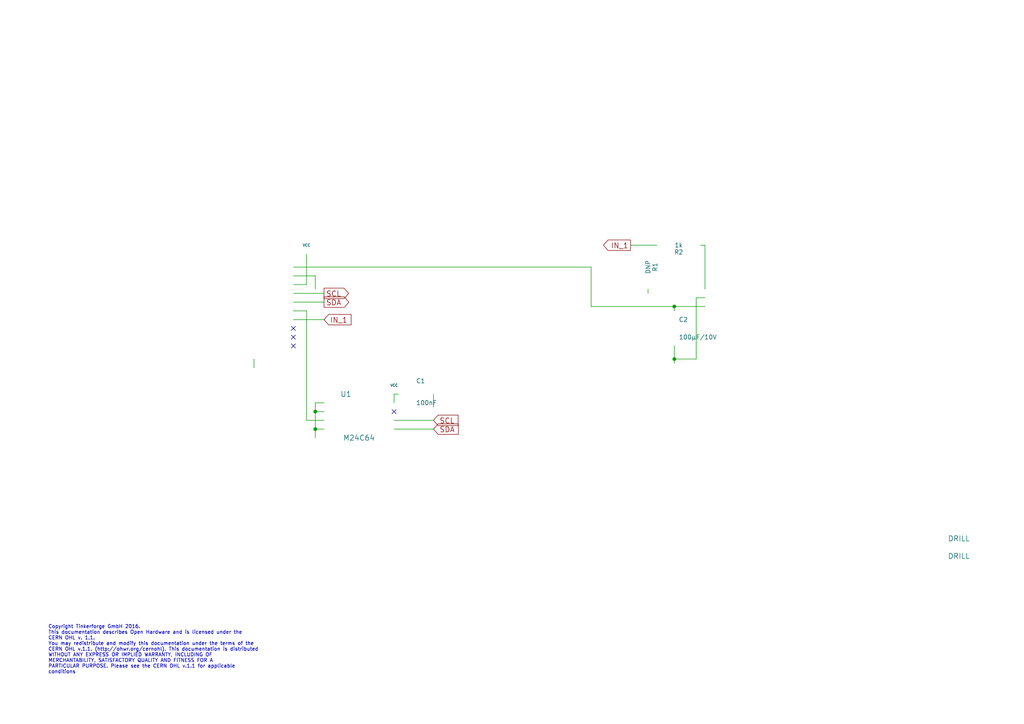
<source format=kicad_sch>
(kicad_sch (version 20230121) (generator eeschema)
  (paper "A4")
  (title_block (title "Dist-IR Bricklet") (date "2016-03-04") (rev "1.2") (company "Tinkerforge GmbH") (comment 1 "Licensed under CERN OHL v.1.1") (comment 2 "Copyright (©) 2016, B.Nordmeyer <bastian@tinkerforge.com>"))
  (lib_symbols)
  (junction (at 91.44 124.46))
  (junction (at 91.44 119.38))
  (junction (at 195.58 104.14))
  (junction (at 195.58 88.9))
  (no_connect (at 85.09 95.25))
  (no_connect (at 85.09 100.33))
  (no_connect (at 114.3 119.38))
  (no_connect (at 85.09 97.79))
  (wire (pts (xy 88.9 82.55) (xy 85.09 82.55)))
  (wire (pts (xy 195.58 88.9) (xy 195.58 90.17)))
  (wire (pts (xy 187.96 83.82) (xy 187.96 85.09)))
  (wire (pts (xy 195.58 104.14) (xy 195.58 105.41)))
  (wire (pts (xy 195.58 104.14) (xy 201.93 104.14)))
  (wire (pts (xy 85.09 90.17) (xy 88.9 90.17)))
  (wire (pts (xy 195.58 100.33) (xy 195.58 104.14)))
  (wire (pts (xy 88.9 73.66) (xy 88.9 82.55)))
  (wire (pts (xy 85.09 92.71) (xy 93.98 92.71)))
  (wire (pts (xy 73.66 106.68) (xy 73.66 104.14)))
  (wire (pts (xy 204.47 71.12) (xy 203.2 71.12)))
  (wire (pts (xy 85.09 85.09) (xy 93.98 85.09)))
  (wire (pts (xy 201.93 104.14) (xy 201.93 86.36)))
  (wire (pts (xy 171.45 88.9) (xy 195.58 88.9)))
  (wire (pts (xy 171.45 77.47) (xy 171.45 88.9)))
  (wire (pts (xy 88.9 121.92) (xy 93.98 121.92)))
  (wire (pts (xy 204.47 86.36) (xy 201.93 86.36)))
  (wire (pts (xy 91.44 116.84) (xy 91.44 119.38)))
  (wire (pts (xy 91.44 124.46) (xy 91.44 127)))
  (wire (pts (xy 171.45 77.47) (xy 85.09 77.47)))
  (wire (pts (xy 204.47 83.82) (xy 204.47 71.12)))
  (wire (pts (xy 114.3 121.92) (xy 125.73 121.92)))
  (wire (pts (xy 85.09 87.63) (xy 93.98 87.63)))
  (wire (pts (xy 85.09 80.01) (xy 91.44 80.01)))
  (wire (pts (xy 91.44 119.38) (xy 91.44 124.46)))
  (wire (pts (xy 182.88 71.12) (xy 190.5 71.12)))
  (wire (pts (xy 125.73 114.3) (xy 125.73 118.11)))
  (wire (pts (xy 91.44 80.01) (xy 91.44 83.82)))
  (wire (pts (xy 114.3 114.3) (xy 114.3 116.84)))
  (wire (pts (xy 88.9 90.17) (xy 88.9 121.92)))
  (wire (pts (xy 114.3 124.46) (xy 125.73 124.46)))
  (wire (pts (xy 93.98 116.84) (xy 91.44 116.84)))
  (wire (pts (xy 115.57 114.3) (xy 114.3 114.3)))
  (wire (pts (xy 195.58 88.9) (xy 204.47 88.9)))
  (wire (pts (xy 91.44 124.46) (xy 93.98 124.46)))
  (wire (pts (xy 91.44 119.38) (xy 93.98 119.38)))
  (text "Copyright Tinkerforge GmbH 2016.\nThis documentation describes Open Hardware and is licensed under the\nCERN OHL v. 1.1.\nYou may redistribute and modify this documentation under the terms of the\nCERN OHL v.1.1. (http://ohwr.org/cernohl). This documentation is distributed\nWITHOUT ANY EXPRESS OR IMPLIED WARRANTY, INCLUDING OF\nMERCHANTABILITY, SATISFACTORY QUALITY AND FITNESS FOR A\nPARTICULAR PURPOSE. Please see the CERN OHL v.1.1 for applicable\nconditions\n" (at 13.97 195.58 0) (effects (font (size 1.016 1.016)) (justify left bottom)))
  (global_label "SCL" (shape output) (at 93.98 85.09 0) (effects (font (size 1.524 1.524))) (property "Intersheetrefs" "${INTERSHEET_REFS}" (effects hide)))
  (global_label "SDA" (shape output) (at 93.98 87.63 0) (effects (font (size 1.524 1.524))) (property "Intersheetrefs" "${INTERSHEET_REFS}" (effects hide)))
  (global_label "IN_1" (shape output) (at 182.88 71.12 180) (effects (font (size 1.524 1.524))) (property "Intersheetrefs" "${INTERSHEET_REFS}" (effects hide)))
  (global_label "SDA" (shape input) (at 125.73 124.46 0) (effects (font (size 1.524 1.524))) (property "Intersheetrefs" "${INTERSHEET_REFS}" (effects hide)))
  (global_label "SCL" (shape input) (at 125.73 121.92 0) (effects (font (size 1.524 1.524))) (property "Intersheetrefs" "${INTERSHEET_REFS}" (effects hide)))
  (global_label "IN_1" (shape input) (at 93.98 92.71 0) (effects (font (size 1.524 1.524))) (property "Intersheetrefs" "${INTERSHEET_REFS}" (effects hide)))
  (symbol (lib_id "CON-SENSOR") (at 73.66 88.9 0) (mirror y) (unit 1)
    (property "Reference" "P1" (at 80.01 74.93 0) (effects (font (size 1.524 1.524))))
    (property "Value" "CON-SENSOR" (at 69.85 88.9 90) (effects (font (size 1.524 1.524))))
    (property "Footprint" "kicad-libraries:CON-SENSOR" (effects hide))
  )
  (symbol (lib_id "GND") (at 73.66 106.68 0) (unit 1)
    (property "Reference" "#PWR08" (effects hide))
    (property "Value" "GND" (effects hide))
  )
  (symbol (lib_id "GND") (at 91.44 83.82 0) (unit 1)
    (property "Reference" "#PWR07" (effects hide))
    (property "Value" "GND" (effects hide))
  )
  (symbol (lib_id "VCC") (at 88.9 73.66 0) (unit 1)
    (property "Reference" "#PWR06" (effects hide))
    (property "Value" "VCC" (at 88.9 71.12 0) (effects (font (size 0.762 0.762))))
  )
  (symbol (lib_id "CAT24C") (at 104.14 127 0) (unit 1)
    (property "Reference" "U1" (at 100.33 114.3 0) (effects (font (size 1.524 1.524))))
    (property "Value" "M24C64" (at 104.14 127 0) (effects (font (size 1.524 1.524))))
    (property "Footprint" "kicad-libraries:SO-8" (effects hide))
  )
  (symbol (lib_id "GND") (at 91.44 127 0) (unit 1)
    (property "Reference" "#PWR05" (effects hide))
    (property "Value" "GND" (effects hide))
  )
  (symbol (lib_id "VCC") (at 114.3 114.3 0) (unit 1)
    (property "Reference" "#PWR04" (effects hide))
    (property "Value" "VCC" (at 114.3 111.76 0) (effects (font (size 0.762 0.762))))
  )
  (symbol (lib_id "DRILL") (at 278.13 156.21 0) (unit 1)
    (property "Reference" "U2" (effects hide))
    (property "Value" "DRILL" (at 278.13 156.21 0) (effects (font (size 1.524 1.524))))
    (property "Footprint" "kicad-libraries:DRILL_NP" (effects hide))
  )
  (symbol (lib_id "DRILL") (at 278.13 161.29 0) (unit 1)
    (property "Reference" "U3" (effects hide))
    (property "Value" "DRILL" (at 278.13 161.29 0) (effects (font (size 1.524 1.524))))
    (property "Footprint" "kicad-libraries:DRILL_NP" (effects hide))
  )
  (symbol (lib_id "CONN_3") (at 213.36 86.36 0) (mirror x) (unit 1)
    (property "Reference" "K1" (at 212.09 86.36 90))
    (property "Value" "S3B-PH-SM4" (at 214.63 86.36 90) (effects (font (size 1.016 1.016))))
    (property "Footprint" "kicad-libraries:S3B-PH-SM4" (effects hide))
  )
  (symbol (lib_id "GND") (at 195.58 105.41 0) (unit 1)
    (property "Reference" "#PWR03" (effects hide))
    (property "Value" "GND" (effects hide))
  )
  (symbol (lib_id "CP1") (at 195.58 95.25 0) (unit 1)
    (property "Reference" "C2" (at 196.85 92.71 0) (effects (justify left)))
    (property "Value" "100µF/10V" (at 196.85 97.79 0) (effects (justify left)))
    (property "Footprint" "kicad-libraries:3528-21" (effects hide))
  )
  (symbol (lib_id "R") (at 187.96 77.47 0) (unit 1)
    (property "Reference" "R1" (at 189.992 77.47 90))
    (property "Value" "DNP" (at 187.96 77.47 90))
    (property "Footprint" "kicad-libraries:R0603E" (effects hide))
  )
  (symbol (lib_id "R") (at 196.85 71.12 270) (unit 1)
    (property "Reference" "R2" (at 196.85 73.152 90))
    (property "Value" "1k" (at 196.85 71.12 90))
    (property "Footprint" "kicad-libraries:R0603E" (effects hide))
  )
  (symbol (lib_id "GND") (at 187.96 85.09 0) (unit 1)
    (property "Reference" "#PWR01" (effects hide))
    (property "Value" "GND" (effects hide))
  )
  (symbol (lib_id "C") (at 120.65 114.3 270) (unit 1)
    (property "Reference" "C1" (at 120.65 110.49 90) (effects (justify left)))
    (property "Value" "100nF" (at 120.65 116.84 90) (effects (justify left)))
    (property "Footprint" "kicad-libraries:C0603E" (effects hide))
  )
  (symbol (lib_id "GND") (at 125.73 118.11 0) (unit 1)
    (property "Reference" "#PWR02" (effects hide))
    (property "Value" "GND" (effects hide))
  )
)
</source>
